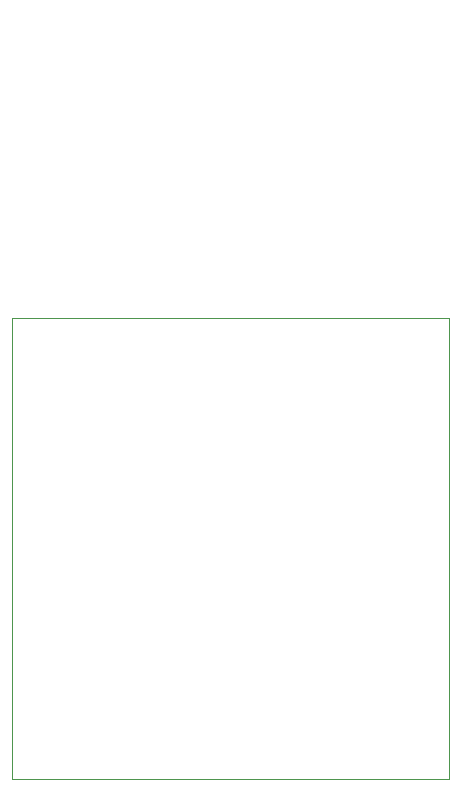
<source format=gko>
G04*
G04 #@! TF.GenerationSoftware,Altium Limited,Altium Designer,20.0.13 (296)*
G04*
G04 Layer_Color=16711935*
%FSLAX25Y25*%
%MOIN*%
G70*
G01*
G75*
%ADD32C,0.00394*%
G36*
X380000Y450000D02*
D01*
D02*
G37*
D32*
X366142Y196601D02*
X366142Y350394D01*
X370079D01*
X366107Y196601D02*
X511811D01*
X511811D02*
X511811Y350394D01*
X366142D02*
X511811D01*
M02*

</source>
